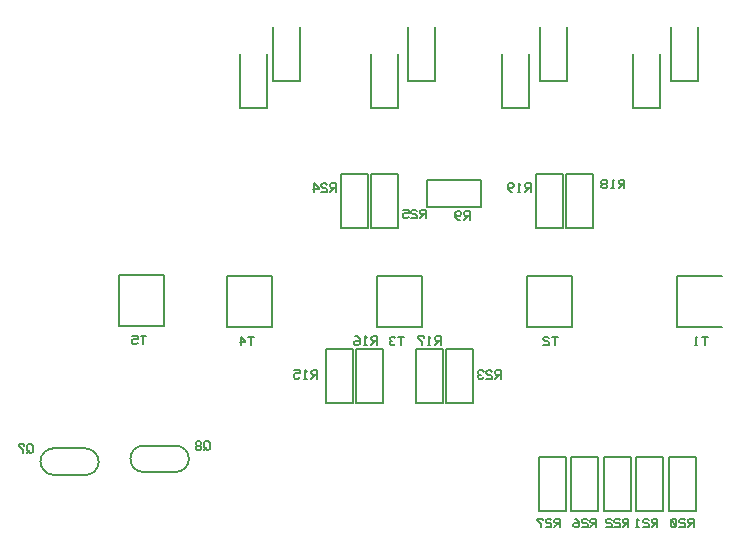
<source format=gbr>
G04 GERBER ASCII OUTPUT FROM: EDWINXP (VER. 1.61 REV. 20080315)*
G04 GERBER FORMAT: RX-274-X*
G04 BOARD: AMICUS_LCD_SHIELD*
G04 ARTWORK OF SOLD.PRINT POSITIVE*
%ASAXBY*%
%FSLAX23Y23*%
%MIA0B0*%
%MOIN*%
%OFA0.0000B0.0000*%
%SFA1B1*%
%IJA0B0*%
%INLAYER31POS*%
%IOA0B0*%
%IPPOS*%
%IR0*%
G04 APERTURE MACROS*
%AMEDWDONUT*
1,1,$1,$2,$3*
1,0,$4,$2,$3*
%
%AMEDWFRECT*
20,1,$1,$2,$3,$4,$5,$6*
%
%AMEDWORECT*
20,1,$1,$2,$3,$4,$5,$10*
20,1,$1,$4,$5,$6,$7,$10*
20,1,$1,$6,$7,$8,$9,$10*
20,1,$1,$8,$9,$2,$3,$10*
1,1,$1,$2,$3*
1,1,$1,$4,$5*
1,1,$1,$6,$7*
1,1,$1,$8,$9*
%
%AMEDWLINER*
20,1,$1,$2,$3,$4,$5,$6*
1,1,$1,$2,$3*
1,1,$1,$4,$5*
%
%AMEDWFTRNG*
4,1,3,$1,$2,$3,$4,$5,$6,$7,$8,$9*
%
%AMEDWATRNG*
4,1,3,$1,$2,$3,$4,$5,$6,$7,$8,$9*
20,1,$11,$1,$2,$3,$4,$10*
20,1,$11,$3,$4,$5,$6,$10*
20,1,$11,$5,$6,$7,$8,$10*
1,1,$11,$3,$4*
1,1,$11,$5,$6*
1,1,$11,$7,$8*
%
%AMEDWOTRNG*
20,1,$1,$2,$3,$4,$5,$8*
20,1,$1,$4,$5,$6,$7,$8*
20,1,$1,$6,$7,$2,$3,$8*
1,1,$1,$2,$3*
1,1,$1,$4,$5*
1,1,$1,$6,$7*
%
G04*
G04 APERTURE LIST*
%ADD10R,0.0700X0.0650*%
%ADD11R,0.0940X0.0890*%
%ADD12R,0.0600X0.0550*%
%ADD13R,0.0840X0.0790*%
%ADD14R,0.06693X0.06693*%
%ADD15R,0.09093X0.09093*%
%ADD16R,0.05906X0.05906*%
%ADD17R,0.08306X0.08306*%
%ADD18R,0.04724X0.06693*%
%ADD19R,0.07124X0.09093*%
%ADD20R,0.03937X0.05906*%
%ADD21R,0.06337X0.08306*%
%ADD22R,0.08268X0.05945*%
%ADD23R,0.10668X0.08345*%
%ADD24R,0.07874X0.05906*%
%ADD25R,0.10274X0.08306*%
%ADD26R,0.08268X0.10236*%
%ADD27R,0.10668X0.12636*%
%ADD28R,0.07874X0.09843*%
%ADD29R,0.10274X0.12243*%
%ADD30R,0.08661X0.02756*%
%ADD31R,0.11061X0.05156*%
%ADD32R,0.07874X0.01969*%
%ADD33R,0.10274X0.04369*%
%ADD34R,0.0650X0.0700*%
%ADD35R,0.0890X0.0940*%
%ADD36R,0.0550X0.0600*%
%ADD37R,0.0790X0.0840*%
%ADD38R,0.0250X0.0600*%
%ADD39R,0.0490X0.0840*%
%ADD40R,0.0150X0.0500*%
%ADD41R,0.0390X0.0740*%
%ADD42R,0.04724X0.01378*%
%ADD43R,0.06299X0.02953*%
%ADD44R,0.04331X0.00984*%
%ADD45R,0.05906X0.02559*%
%ADD46R,0.0500X0.0580*%
%ADD47R,0.0740X0.0820*%
%ADD48R,0.0400X0.0480*%
%ADD49R,0.0640X0.0720*%
%ADD50R,0.07087X0.06693*%
%ADD51R,0.10236X0.09843*%
%ADD52R,0.06299X0.05906*%
%ADD53R,0.09449X0.09055*%
%ADD54R,0.06693X0.07087*%
%ADD55R,0.09843X0.10236*%
%ADD56R,0.05906X0.06299*%
%ADD57R,0.09055X0.09449*%
%ADD58R,0.0860X0.0860*%
%ADD59R,0.1100X0.1100*%
%ADD60R,0.0700X0.0700*%
%ADD61R,0.0940X0.0940*%
%ADD62C,0.00039*%
%ADD64C,0.00054*%
%ADD65R,0.00054X0.00054*%
%ADD66C,0.0010*%
%ADD68C,0.00112*%
%ADD69R,0.00112X0.00112*%
%ADD70C,0.00118*%
%ADD72C,0.00121*%
%ADD73R,0.00121X0.00121*%
%ADD74C,0.0020*%
%ADD75R,0.0020X0.0020*%
%ADD76C,0.0023*%
%ADD77R,0.0023X0.0023*%
%ADD78C,0.00236*%
%ADD80C,0.00238*%
%ADD81R,0.00238X0.00238*%
%ADD82C,0.00288*%
%ADD83R,0.00288X0.00288*%
%ADD84C,0.0030*%
%ADD85R,0.0030X0.0030*%
%ADD86C,0.00355*%
%ADD87R,0.00355X0.00355*%
%ADD88C,0.00394*%
%ADD90C,0.0040*%
%ADD91R,0.0040X0.0040*%
%ADD92C,0.00406*%
%ADD93R,0.00406X0.00406*%
%ADD94C,0.00464*%
%ADD95R,0.00464X0.00464*%
%ADD96C,0.00472*%
%ADD98C,0.0050*%
%ADD99R,0.0050X0.0050*%
%ADD100C,0.00512*%
%ADD101R,0.00512X0.00512*%
%ADD102C,0.00523*%
%ADD103R,0.00523X0.00523*%
%ADD104C,0.00581*%
%ADD105R,0.00581X0.00581*%
%ADD106C,0.00589*%
%ADD107R,0.00589X0.00589*%
%ADD108C,0.00591*%
%ADD109R,0.00591X0.00591*%
%ADD110C,0.0064*%
%ADD111R,0.0064X0.0064*%
%ADD112C,0.00647*%
%ADD113R,0.00647X0.00647*%
%ADD114C,0.00659*%
%ADD115R,0.00659X0.00659*%
%ADD116C,0.00669*%
%ADD118C,0.00704*%
%ADD119R,0.00704X0.00704*%
%ADD120C,0.00706*%
%ADD121R,0.00706X0.00706*%
%ADD122C,0.00764*%
%ADD123R,0.00764X0.00764*%
%ADD124C,0.00787*%
%ADD125R,0.00787X0.00787*%
%ADD126C,0.00799*%
%ADD128C,0.0080*%
%ADD130C,0.00821*%
%ADD131R,0.00821X0.00821*%
%ADD132C,0.00823*%
%ADD133R,0.00823X0.00823*%
%ADD134C,0.00866*%
%ADD136C,0.00875*%
%ADD137R,0.00875X0.00875*%
%ADD138C,0.00881*%
%ADD139R,0.00881X0.00881*%
%ADD140C,0.0090*%
%ADD141R,0.0090X0.0090*%
%ADD142C,0.00939*%
%ADD143R,0.00939X0.00939*%
%ADD144C,0.00975*%
%ADD145R,0.00975X0.00975*%
%ADD146C,0.00984*%
%ADD147R,0.00984X0.00984*%
%ADD148C,0.00992*%
%ADD149R,0.00992X0.00992*%
%ADD150C,0.00993*%
%ADD151R,0.00993X0.00993*%
%ADD152C,0.0100*%
%ADD153R,0.0100X0.0100*%
%ADD154C,0.01051*%
%ADD155R,0.01051X0.01051*%
%ADD156C,0.01052*%
%ADD157R,0.01052X0.01052*%
%ADD158C,0.01056*%
%ADD159R,0.01056X0.01056*%
%ADD160C,0.01109*%
%ADD161R,0.01109X0.01109*%
%ADD162C,0.01111*%
%ADD163R,0.01111X0.01111*%
%ADD164C,0.01168*%
%ADD165R,0.01168X0.01168*%
%ADD166C,0.01181*%
%ADD168C,0.0120*%
%ADD170C,0.0120*%
%ADD172C,0.01227*%
%ADD173R,0.01227X0.01227*%
%ADD174C,0.01227*%
%ADD175R,0.01227X0.01227*%
%ADD176C,0.01231*%
%ADD177R,0.01231X0.01231*%
%ADD178C,0.01285*%
%ADD179R,0.01285X0.01285*%
%ADD180C,0.01291*%
%ADD181R,0.01291X0.01291*%
%ADD182C,0.0130*%
%ADD184C,0.01344*%
%ADD185R,0.01344X0.01344*%
%ADD186C,0.01345*%
%ADD187R,0.01345X0.01345*%
%ADD188C,0.01349*%
%ADD189R,0.01349X0.01349*%
%ADD190C,0.01402*%
%ADD191R,0.01402X0.01402*%
%ADD192C,0.01403*%
%ADD193R,0.01403X0.01403*%
%ADD194C,0.01408*%
%ADD195R,0.01408X0.01408*%
%ADD196C,0.01461*%
%ADD197R,0.01461X0.01461*%
%ADD198C,0.01467*%
%ADD199R,0.01467X0.01467*%
%ADD200C,0.0150*%
%ADD201R,0.0150X0.0150*%
%ADD202C,0.01502*%
%ADD203R,0.01502X0.01502*%
%ADD204C,0.01519*%
%ADD205R,0.01519X0.01519*%
%ADD206C,0.01575*%
%ADD208C,0.01577*%
%ADD209R,0.01577X0.01577*%
%ADD210C,0.01579*%
%ADD211R,0.01579X0.01579*%
%ADD212C,0.01584*%
%ADD213R,0.01584X0.01584*%
%ADD214C,0.01636*%
%ADD215R,0.01636X0.01636*%
%ADD216C,0.01637*%
%ADD217R,0.01637X0.01637*%
%ADD218C,0.01694*%
%ADD219R,0.01694X0.01694*%
%ADD220C,0.01701*%
%ADD221R,0.01701X0.01701*%
%ADD222C,0.01753*%
%ADD223R,0.01753X0.01753*%
%ADD224C,0.0176*%
%ADD225R,0.0176X0.0176*%
%ADD226C,0.01816*%
%ADD227R,0.01816X0.01816*%
%ADD228C,0.0187*%
%ADD229R,0.0187X0.0187*%
%ADD230C,0.01877*%
%ADD231R,0.01877X0.01877*%
%ADD232C,0.01928*%
%ADD233R,0.01928X0.01928*%
%ADD234C,0.01969*%
%ADD235R,0.01969X0.01969*%
%ADD236C,0.01971*%
%ADD237R,0.01971X0.01971*%
%ADD238C,0.01994*%
%ADD239R,0.01994X0.01994*%
%ADD240C,0.02045*%
%ADD241R,0.02045X0.02045*%
%ADD242C,0.02046*%
%ADD243R,0.02046X0.02046*%
%ADD244C,0.02053*%
%ADD245R,0.02053X0.02053*%
%ADD246C,0.02105*%
%ADD247R,0.02105X0.02105*%
%ADD248C,0.0217*%
%ADD249R,0.0217X0.0217*%
%ADD250C,0.0222*%
%ADD251R,0.0222X0.0222*%
%ADD252C,0.02229*%
%ADD253R,0.02229X0.02229*%
%ADD254C,0.02279*%
%ADD255R,0.02279X0.02279*%
%ADD256C,0.02337*%
%ADD257R,0.02337X0.02337*%
%ADD258C,0.02339*%
%ADD259R,0.02339X0.02339*%
%ADD260C,0.02362*%
%ADD261R,0.02362X0.02362*%
%ADD262C,0.02395*%
%ADD263R,0.02395X0.02395*%
%ADD264C,0.0240*%
%ADD265R,0.0240X0.0240*%
%ADD266C,0.0240*%
%ADD267R,0.0240X0.0240*%
%ADD268C,0.02405*%
%ADD269R,0.02405X0.02405*%
%ADD270C,0.02464*%
%ADD271R,0.02464X0.02464*%
%ADD272C,0.0250*%
%ADD273R,0.0250X0.0250*%
%ADD274C,0.02512*%
%ADD275R,0.02512X0.02512*%
%ADD276C,0.02581*%
%ADD277R,0.02581X0.02581*%
%ADD278C,0.02629*%
%ADD279R,0.02629X0.02629*%
%ADD280C,0.02631*%
%ADD281R,0.02631X0.02631*%
%ADD282C,0.02636*%
%ADD284C,0.0264*%
%ADD285R,0.0264X0.0264*%
%ADD286C,0.02688*%
%ADD287R,0.02688X0.02688*%
%ADD288C,0.02698*%
%ADD289R,0.02698X0.02698*%
%ADD290C,0.02746*%
%ADD291R,0.02746X0.02746*%
%ADD292C,0.02794*%
%ADD294C,0.02804*%
%ADD295R,0.02804X0.02804*%
%ADD296C,0.02816*%
%ADD297R,0.02816X0.02816*%
%ADD298C,0.02863*%
%ADD299R,0.02863X0.02863*%
%ADD300C,0.02874*%
%ADD301R,0.02874X0.02874*%
%ADD302C,0.0290*%
%ADD304C,0.02923*%
%ADD305R,0.02923X0.02923*%
%ADD306C,0.02933*%
%ADD307R,0.02933X0.02933*%
%ADD308C,0.02991*%
%ADD309R,0.02991X0.02991*%
%ADD310C,0.02992*%
%ADD311R,0.02992X0.02992*%
%ADD312C,0.0300*%
%ADD313R,0.0300X0.0300*%
%ADD314C,0.03038*%
%ADD315R,0.03038X0.03038*%
%ADD316C,0.0304*%
%ADD317R,0.0304X0.0304*%
%ADD318C,0.03046*%
%ADD319R,0.03046X0.03046*%
%ADD320C,0.0305*%
%ADD321R,0.0305X0.0305*%
%ADD322C,0.03059*%
%ADD323R,0.03059X0.03059*%
%ADD324C,0.03069*%
%ADD325R,0.03069X0.03069*%
%ADD326C,0.03097*%
%ADD327R,0.03097X0.03097*%
%ADD328C,0.03099*%
%ADD329R,0.03099X0.03099*%
%ADD330C,0.03104*%
%ADD331R,0.03104X0.03104*%
%ADD332C,0.0315*%
%ADD333R,0.0315X0.0315*%
%ADD334C,0.03199*%
%ADD335R,0.03199X0.03199*%
%ADD336C,0.0320*%
%ADD337R,0.0320X0.0320*%
%ADD338C,0.03226*%
%ADD339R,0.03226X0.03226*%
%ADD340C,0.03266*%
%ADD342C,0.03274*%
%ADD343R,0.03274X0.03274*%
%ADD344C,0.03285*%
%ADD345R,0.03285X0.03285*%
%ADD346C,0.0333*%
%ADD347R,0.0333X0.0333*%
%ADD348C,0.03332*%
%ADD349R,0.03332X0.03332*%
%ADD350C,0.03344*%
%ADD351R,0.03344X0.03344*%
%ADD352C,0.03375*%
%ADD353R,0.03375X0.03375*%
%ADD354C,0.03391*%
%ADD355R,0.03391X0.03391*%
%ADD356C,0.03393*%
%ADD357R,0.03393X0.03393*%
%ADD358C,0.03402*%
%ADD359R,0.03402X0.03402*%
%ADD360C,0.03447*%
%ADD361R,0.03447X0.03447*%
%ADD362C,0.03452*%
%ADD363R,0.03452X0.03452*%
%ADD364C,0.03464*%
%ADD365R,0.03464X0.03464*%
%ADD366C,0.0350*%
%ADD367R,0.0350X0.0350*%
%ADD368C,0.03506*%
%ADD369R,0.03506X0.03506*%
%ADD370C,0.03511*%
%ADD371R,0.03511X0.03511*%
%ADD372C,0.0352*%
%ADD373R,0.0352X0.0352*%
%ADD374C,0.03581*%
%ADD376C,0.0360*%
%ADD377R,0.0360X0.0360*%
%ADD378C,0.03627*%
%ADD379R,0.03627X0.03627*%
%ADD380C,0.03637*%
%ADD381R,0.03637X0.03637*%
%ADD382C,0.03691*%
%ADD383R,0.03691X0.03691*%
%ADD384C,0.03696*%
%ADD385R,0.03696X0.03696*%
%ADD386C,0.0370*%
%ADD388C,0.03745*%
%ADD389R,0.03745X0.03745*%
%ADD390C,0.03749*%
%ADD391R,0.03749X0.03749*%
%ADD392C,0.03754*%
%ADD393R,0.03754X0.03754*%
%ADD394C,0.0380*%
%ADD395R,0.0380X0.0380*%
%ADD396C,0.03802*%
%ADD397R,0.03802X0.03802*%
%ADD398C,0.03808*%
%ADD399R,0.03808X0.03808*%
%ADD400C,0.03861*%
%ADD401R,0.03861X0.03861*%
%ADD402C,0.03867*%
%ADD403R,0.03867X0.03867*%
%ADD404C,0.03872*%
%ADD405R,0.03872X0.03872*%
%ADD406C,0.0390*%
%ADD407R,0.0390X0.0390*%
%ADD408C,0.03902*%
%ADD409R,0.03902X0.03902*%
%ADD410C,0.03919*%
%ADD411R,0.03919X0.03919*%
%ADD412C,0.0393*%
%ADD413R,0.0393X0.0393*%
%ADD414C,0.03937*%
%ADD415R,0.03937X0.03937*%
%ADD416C,0.03973*%
%ADD417R,0.03973X0.03973*%
%ADD418C,0.03977*%
%ADD419R,0.03977X0.03977*%
%ADD420C,0.03984*%
%ADD421R,0.03984X0.03984*%
%ADD422C,0.03989*%
%ADD423R,0.03989X0.03989*%
%ADD424C,0.0400*%
%ADD425R,0.0400X0.0400*%
%ADD426C,0.04031*%
%ADD427R,0.04031X0.04031*%
%ADD428C,0.04036*%
%ADD429R,0.04036X0.04036*%
%ADD430C,0.04048*%
%ADD431R,0.04048X0.04048*%
%ADD432C,0.04094*%
%ADD433R,0.04094X0.04094*%
%ADD434C,0.04101*%
%ADD435R,0.04101X0.04101*%
%ADD436C,0.04106*%
%ADD437R,0.04106X0.04106*%
%ADD438C,0.04153*%
%ADD439R,0.04153X0.04153*%
%ADD440C,0.0416*%
%ADD441R,0.0416X0.0416*%
%ADD442C,0.04165*%
%ADD443R,0.04165X0.04165*%
%ADD444C,0.04173*%
%ADD445R,0.04173X0.04173*%
%ADD446C,0.0427*%
%ADD447R,0.0427X0.0427*%
%ADD448C,0.04277*%
%ADD449R,0.04277X0.04277*%
%ADD450C,0.04328*%
%ADD451R,0.04328X0.04328*%
%ADD452C,0.04341*%
%ADD453R,0.04341X0.04341*%
%ADD454C,0.04371*%
%ADD455R,0.04371X0.04371*%
%ADD456C,0.04394*%
%ADD457R,0.04394X0.04394*%
%ADD458C,0.0440*%
%ADD459R,0.0440X0.0440*%
%ADD460C,0.0444*%
%ADD461R,0.0444X0.0444*%
%ADD462C,0.04443*%
%ADD463R,0.04443X0.04443*%
%ADD464C,0.04445*%
%ADD465R,0.04445X0.04445*%
%ADD466C,0.04446*%
%ADD467R,0.04446X0.04446*%
%ADD468C,0.04453*%
%ADD469R,0.04453X0.04453*%
%ADD470C,0.04458*%
%ADD471R,0.04458X0.04458*%
%ADD472C,0.04499*%
%ADD473R,0.04499X0.04499*%
%ADD474C,0.0450*%
%ADD475R,0.0450X0.0450*%
%ADD476C,0.04505*%
%ADD477R,0.04505X0.04505*%
%ADD478C,0.04517*%
%ADD479R,0.04517X0.04517*%
%ADD480C,0.04557*%
%ADD481R,0.04557X0.04557*%
%ADD482C,0.0457*%
%ADD483R,0.0457X0.0457*%
%ADD484C,0.04576*%
%ADD485R,0.04576X0.04576*%
%ADD486C,0.0462*%
%ADD487R,0.0462X0.0462*%
%ADD488C,0.04629*%
%ADD489R,0.04629X0.04629*%
%ADD490C,0.04634*%
%ADD491R,0.04634X0.04634*%
%ADD492C,0.04679*%
%ADD493R,0.04679X0.04679*%
%ADD494C,0.04693*%
%ADD495R,0.04693X0.04693*%
%ADD496C,0.0470*%
%ADD497R,0.0470X0.0470*%
%ADD498C,0.04724*%
%ADD499R,0.04724X0.04724*%
%ADD500C,0.04737*%
%ADD501R,0.04737X0.04737*%
%ADD502C,0.04739*%
%ADD503R,0.04739X0.04739*%
%ADD504C,0.04762*%
%ADD505R,0.04762X0.04762*%
%ADD506C,0.04795*%
%ADD507R,0.04795X0.04795*%
%ADD508C,0.04805*%
%ADD509R,0.04805X0.04805*%
%ADD510C,0.0481*%
%ADD511R,0.0481X0.0481*%
%ADD512C,0.04864*%
%ADD513R,0.04864X0.04864*%
%ADD514C,0.04869*%
%ADD515R,0.04869X0.04869*%
%ADD516C,0.0490*%
%ADD517R,0.0490X0.0490*%
%ADD518C,0.04911*%
%ADD519R,0.04911X0.04911*%
%ADD520C,0.04912*%
%ADD521R,0.04912X0.04912*%
%ADD522C,0.04928*%
%ADD523R,0.04928X0.04928*%
%ADD524C,0.04966*%
%ADD525R,0.04966X0.04966*%
%ADD526C,0.04981*%
%ADD527R,0.04981X0.04981*%
%ADD528C,0.0500*%
%ADD529R,0.0500X0.0500*%
%ADD530C,0.05028*%
%ADD531R,0.05028X0.05028*%
%ADD532C,0.05029*%
%ADD533R,0.05029X0.05029*%
%ADD534C,0.05031*%
%ADD535R,0.05031X0.05031*%
%ADD536C,0.0504*%
%ADD537R,0.0504X0.0504*%
%ADD538C,0.05045*%
%ADD539R,0.05045X0.05045*%
%ADD540C,0.05083*%
%ADD541R,0.05083X0.05083*%
%ADD542C,0.05086*%
%ADD543R,0.05086X0.05086*%
%ADD544C,0.05088*%
%ADD545R,0.05088X0.05088*%
%ADD546C,0.05098*%
%ADD547R,0.05098X0.05098*%
%ADD548C,0.05118*%
%ADD549R,0.05118X0.05118*%
%ADD550C,0.05146*%
%ADD551R,0.05146X0.05146*%
%ADD552C,0.05204*%
%ADD553R,0.05204X0.05204*%
%ADD554C,0.05216*%
%ADD555R,0.05216X0.05216*%
%ADD556C,0.05221*%
%ADD557R,0.05221X0.05221*%
%ADD558C,0.05263*%
%ADD559R,0.05263X0.05263*%
%ADD560C,0.05274*%
%ADD561R,0.05274X0.05274*%
%ADD562C,0.0528*%
%ADD563R,0.0528X0.0528*%
%ADD564C,0.05317*%
%ADD565R,0.05317X0.05317*%
%ADD566C,0.0532*%
%ADD567R,0.0532X0.0532*%
%ADD568C,0.05323*%
%ADD569R,0.05323X0.05323*%
%ADD570C,0.05333*%
%ADD571R,0.05333X0.05333*%
%ADD572C,0.05392*%
%ADD573R,0.05392X0.05392*%
%ADD574C,0.05397*%
%ADD575R,0.05397X0.05397*%
%ADD576C,0.05434*%
%ADD577R,0.05434X0.05434*%
%ADD578C,0.05438*%
%ADD579R,0.05438X0.05438*%
%ADD580C,0.0544*%
%ADD581R,0.0544X0.0544*%
%ADD582C,0.05446*%
%ADD583R,0.05446X0.05446*%
%ADD584C,0.0545*%
%ADD585R,0.0545X0.0545*%
%ADD586C,0.05497*%
%ADD587R,0.05497X0.05497*%
%ADD588C,0.05499*%
%ADD589R,0.05499X0.05499*%
%ADD590C,0.0550*%
%ADD591R,0.0550X0.0550*%
%ADD592C,0.05514*%
%ADD593R,0.05514X0.05514*%
%ADD594C,0.0555*%
%ADD595R,0.0555X0.0555*%
%ADD596C,0.05573*%
%ADD597R,0.05573X0.05573*%
%ADD598C,0.0560*%
%ADD599R,0.0560X0.0560*%
%ADD600C,0.05626*%
%ADD601R,0.05626X0.05626*%
%ADD602C,0.05631*%
%ADD603R,0.05631X0.05631*%
%ADD604C,0.05674*%
%ADD605R,0.05674X0.05674*%
%ADD606C,0.05685*%
%ADD607R,0.05685X0.05685*%
%ADD608C,0.0570*%
%ADD609R,0.0570X0.0570*%
%ADD610C,0.0573*%
%ADD611R,0.0573X0.0573*%
%ADD612C,0.05732*%
%ADD613R,0.05732X0.05732*%
%ADD614C,0.05744*%
%ADD615R,0.05744X0.05744*%
%ADD616C,0.05749*%
%ADD617R,0.05749X0.05749*%
%ADD618C,0.05791*%
%ADD619R,0.05791X0.05791*%
%ADD620C,0.05802*%
%ADD621R,0.05802X0.05802*%
%ADD622C,0.05807*%
%ADD623R,0.05807X0.05807*%
%ADD624C,0.05847*%
%ADD625R,0.05847X0.05847*%
%ADD626C,0.05864*%
%ADD627R,0.05864X0.05864*%
%ADD628C,0.05866*%
%ADD629R,0.05866X0.05866*%
%ADD630C,0.0590*%
%ADD631R,0.0590X0.0590*%
%ADD632C,0.05906*%
%ADD633R,0.05906X0.05906*%
%ADD634C,0.0592*%
%ADD635R,0.0592X0.0592*%
%ADD636C,0.05945*%
%ADD637R,0.05945X0.05945*%
%ADD638C,0.0600*%
%ADD639R,0.0600X0.0600*%
%ADD640C,0.06018*%
%ADD641R,0.06018X0.06018*%
%ADD642C,0.06037*%
%ADD643R,0.06037X0.06037*%
%ADD644C,0.06076*%
%ADD645R,0.06076X0.06076*%
%ADD646C,0.06096*%
%ADD647R,0.06096X0.06096*%
%ADD648C,0.06101*%
%ADD649R,0.06101X0.06101*%
%ADD650C,0.06154*%
%ADD651R,0.06154X0.06154*%
%ADD652C,0.06159*%
%ADD653R,0.06159X0.06159*%
%ADD654C,0.0620*%
%ADD655R,0.0620X0.0620*%
%ADD656C,0.0620*%
%ADD657R,0.0620X0.0620*%
%ADD658C,0.06201*%
%ADD659R,0.06201X0.06201*%
%ADD660C,0.06272*%
%ADD661R,0.06272X0.06272*%
%ADD662C,0.06299*%
%ADD663R,0.06299X0.06299*%
%ADD664C,0.0633*%
%ADD665R,0.0633X0.0633*%
%ADD666C,0.06335*%
%ADD667R,0.06335X0.06335*%
%ADD668C,0.06337*%
%ADD669R,0.06337X0.06337*%
%ADD670C,0.06373*%
%ADD671R,0.06373X0.06373*%
%ADD672C,0.06389*%
%ADD673R,0.06389X0.06389*%
%ADD674C,0.06394*%
%ADD675R,0.06394X0.06394*%
%ADD676C,0.06427*%
%ADD677R,0.06427X0.06427*%
%ADD678C,0.06431*%
%ADD679R,0.06431X0.06431*%
%ADD680C,0.06448*%
%ADD681R,0.06448X0.06448*%
%ADD682C,0.06453*%
%ADD683R,0.06453X0.06453*%
%ADD684C,0.0650*%
%ADD685R,0.0650X0.0650*%
%ADD686C,0.06506*%
%ADD687R,0.06506X0.06506*%
%ADD688C,0.06565*%
%ADD689R,0.06565X0.06565*%
%ADD690C,0.06687*%
%ADD691R,0.06687X0.06687*%
%ADD692C,0.06693*%
%ADD693R,0.06693X0.06693*%
%ADD694C,0.06741*%
%ADD695R,0.06741X0.06741*%
%ADD696C,0.0680*%
%ADD697R,0.0680X0.0680*%
%ADD698C,0.06805*%
%ADD699R,0.06805X0.06805*%
%ADD700C,0.0684*%
%ADD701R,0.0684X0.0684*%
%ADD702C,0.0684*%
%ADD703R,0.0684X0.0684*%
%ADD704C,0.06843*%
%ADD705R,0.06843X0.06843*%
%ADD706C,0.06858*%
%ADD707R,0.06858X0.06858*%
%ADD708C,0.06863*%
%ADD709R,0.06863X0.06863*%
%ADD710C,0.06899*%
%ADD711R,0.06899X0.06899*%
%ADD712C,0.0690*%
%ADD713R,0.0690X0.0690*%
%ADD714C,0.06906*%
%ADD715R,0.06906X0.06906*%
%ADD716C,0.06917*%
%ADD717R,0.06917X0.06917*%
%ADD718C,0.06957*%
%ADD719R,0.06957X0.06957*%
%ADD720C,0.06976*%
%ADD721R,0.06976X0.06976*%
%ADD722C,0.06981*%
%ADD723R,0.06981X0.06981*%
%ADD724C,0.0700*%
%ADD725R,0.0700X0.0700*%
%ADD726C,0.07034*%
%ADD727R,0.07034X0.07034*%
%ADD728C,0.07039*%
%ADD729R,0.07039X0.07039*%
%ADD730C,0.07093*%
%ADD731R,0.07093X0.07093*%
%ADD732C,0.07098*%
%ADD733R,0.07098X0.07098*%
%ADD734C,0.0710*%
%ADD735R,0.0710X0.0710*%
%ADD736C,0.07124*%
%ADD737R,0.07124X0.07124*%
%ADD738C,0.0721*%
%ADD739R,0.0721X0.0721*%
%ADD740C,0.07215*%
%ADD741R,0.07215X0.07215*%
%ADD742C,0.07245*%
%ADD743R,0.07245X0.07245*%
%ADD744C,0.07269*%
%ADD745R,0.07269X0.07269*%
%ADD746C,0.07311*%
%ADD747R,0.07311X0.07311*%
%ADD748C,0.07328*%
%ADD749R,0.07328X0.07328*%
%ADD750C,0.07366*%
%ADD751R,0.07366X0.07366*%
%ADD752C,0.0740*%
%ADD753R,0.0740X0.0740*%
%ADD754C,0.07428*%
%ADD755R,0.07428X0.07428*%
%ADD756C,0.07445*%
%ADD757R,0.07445X0.07445*%
%ADD758C,0.0745*%
%ADD759R,0.0745X0.0745*%
%ADD760C,0.07483*%
%ADD761R,0.07483X0.07483*%
%ADD762C,0.07486*%
%ADD763R,0.07486X0.07486*%
%ADD764C,0.0750*%
%ADD765R,0.0750X0.0750*%
%ADD766C,0.07598*%
%ADD768C,0.0760*%
%ADD770C,0.07621*%
%ADD771R,0.07621X0.07621*%
%ADD772C,0.0768*%
%ADD773R,0.0768X0.0768*%
%ADD774C,0.07717*%
%ADD775R,0.07717X0.07717*%
%ADD776C,0.0772*%
%ADD777R,0.0772X0.0772*%
%ADD778C,0.07797*%
%ADD779R,0.07797X0.07797*%
%ADD780C,0.07834*%
%ADD781R,0.07834X0.07834*%
%ADD782C,0.07874*%
%ADD783R,0.07874X0.07874*%
%ADD784C,0.0790*%
%ADD785R,0.0790X0.0790*%
%ADD786C,0.07914*%
%ADD787R,0.07914X0.07914*%
%ADD788C,0.07951*%
%ADD789R,0.07951X0.07951*%
%ADD790C,0.07973*%
%ADD791R,0.07973X0.07973*%
%ADD792C,0.07978*%
%ADD793R,0.07978X0.07978*%
%ADD794C,0.0800*%
%ADD795R,0.0800X0.0800*%
%ADD796C,0.08004*%
%ADD797R,0.08004X0.08004*%
%ADD798C,0.08031*%
%ADD799R,0.08031X0.08031*%
%ADD800C,0.08068*%
%ADD801R,0.08068X0.08068*%
%ADD802C,0.0810*%
%ADD803R,0.0810X0.0810*%
%ADD804C,0.08149*%
%ADD805R,0.08149X0.08149*%
%ADD806C,0.08207*%
%ADD807R,0.08207X0.08207*%
%ADD808C,0.08266*%
%ADD809R,0.08266X0.08266*%
%ADD810C,0.08268*%
%ADD811R,0.08268X0.08268*%
%ADD812C,0.08296*%
%ADD813R,0.08296X0.08296*%
%ADD814C,0.08306*%
%ADD815R,0.08306X0.08306*%
%ADD816C,0.08345*%
%ADD817R,0.08345X0.08345*%
%ADD818C,0.0840*%
%ADD819R,0.0840X0.0840*%
%ADD820C,0.08418*%
%ADD821R,0.08418X0.08418*%
%ADD822C,0.08476*%
%ADD823R,0.08476X0.08476*%
%ADD824C,0.08501*%
%ADD825R,0.08501X0.08501*%
%ADD826C,0.08559*%
%ADD827R,0.08559X0.08559*%
%ADD828C,0.08598*%
%ADD830C,0.0860*%
%ADD831R,0.0860X0.0860*%
%ADD832C,0.08601*%
%ADD833R,0.08601X0.08601*%
%ADD834C,0.08661*%
%ADD835R,0.08661X0.08661*%
%ADD836C,0.08682*%
%ADD837R,0.08682X0.08682*%
%ADD838C,0.0870*%
%ADD839R,0.0870X0.0870*%
%ADD840C,0.08735*%
%ADD841R,0.08735X0.08735*%
%ADD842C,0.08794*%
%ADD843R,0.08794X0.08794*%
%ADD844C,0.08827*%
%ADD845R,0.08827X0.08827*%
%ADD846C,0.08853*%
%ADD847R,0.08853X0.08853*%
%ADD848C,0.08858*%
%ADD849R,0.08858X0.08858*%
%ADD850C,0.0890*%
%ADD851R,0.0890X0.0890*%
%ADD852C,0.08917*%
%ADD853R,0.08917X0.08917*%
%ADD854C,0.0900*%
%ADD855R,0.0900X0.0900*%
%ADD856C,0.09087*%
%ADD857R,0.09087X0.09087*%
%ADD858C,0.09093*%
%ADD859R,0.09093X0.09093*%
%ADD860C,0.09205*%
%ADD861R,0.09205X0.09205*%
%ADD862C,0.09231*%
%ADD863R,0.09231X0.09231*%
%ADD864C,0.0924*%
%ADD865R,0.0924X0.0924*%
%ADD866C,0.09263*%
%ADD867R,0.09263X0.09263*%
%ADD868C,0.09381*%
%ADD869R,0.09381X0.09381*%
%ADD870C,0.09386*%
%ADD871R,0.09386X0.09386*%
%ADD872C,0.0940*%
%ADD873R,0.0940X0.0940*%
%ADD874C,0.09439*%
%ADD875R,0.09439X0.09439*%
%ADD876C,0.09449*%
%ADD877R,0.09449X0.09449*%
%ADD878C,0.09498*%
%ADD879R,0.09498X0.09498*%
%ADD880C,0.09615*%
%ADD881R,0.09615X0.09615*%
%ADD882C,0.09645*%
%ADD883R,0.09645X0.09645*%
%ADD884C,0.0970*%
%ADD885R,0.0970X0.0970*%
%ADD886C,0.09843*%
%ADD887R,0.09843X0.09843*%
%ADD888C,0.0985*%
%ADD889R,0.0985X0.0985*%
%ADD890C,0.0990*%
%ADD891R,0.0990X0.0990*%
%ADD892C,0.09997*%
%ADD893R,0.09997X0.09997*%
%ADD894C,0.09998*%
%ADD896C,0.1000*%
%ADD897R,0.1000X0.1000*%
%ADD898C,0.1009*%
%ADD899R,0.1009X0.1009*%
%ADD900C,0.10236*%
%ADD901R,0.10236X0.10236*%
%ADD902C,0.10274*%
%ADD903R,0.10274X0.10274*%
%ADD904C,0.10351*%
%ADD905R,0.10351X0.10351*%
%ADD906C,0.10378*%
%ADD907R,0.10378X0.10378*%
%ADD908C,0.1040*%
%ADD909R,0.1040X0.1040*%
%ADD910C,0.10404*%
%ADD911R,0.10404X0.10404*%
%ADD912C,0.10468*%
%ADD913R,0.10468X0.10468*%
%ADD914C,0.10518*%
%ADD915R,0.10518X0.10518*%
%ADD916C,0.10668*%
%ADD917R,0.10668X0.10668*%
%ADD918C,0.10676*%
%ADD919R,0.10676X0.10676*%
%ADD920C,0.10696*%
%ADD921R,0.10696X0.10696*%
%ADD922C,0.10735*%
%ADD923R,0.10735X0.10735*%
%ADD924C,0.10816*%
%ADD925R,0.10816X0.10816*%
%ADD926C,0.10911*%
%ADD927R,0.10911X0.10911*%
%ADD928C,0.10998*%
%ADD930C,0.1100*%
%ADD931R,0.1100X0.1100*%
%ADD932C,0.11061*%
%ADD933R,0.11061X0.11061*%
%ADD934C,0.11082*%
%ADD935R,0.11082X0.11082*%
%ADD936C,0.1110*%
%ADD937R,0.1110X0.1110*%
%ADD938C,0.1120*%
%ADD939R,0.1120X0.1120*%
%ADD940C,0.11258*%
%ADD941R,0.11258X0.11258*%
%ADD942C,0.11263*%
%ADD943R,0.11263X0.11263*%
%ADD944C,0.11317*%
%ADD945R,0.11317X0.11317*%
%ADD946C,0.1140*%
%ADD947R,0.1140X0.1140*%
%ADD948C,0.1150*%
%ADD949R,0.1150X0.1150*%
%ADD950C,0.1151*%
%ADD951R,0.1151X0.1151*%
%ADD952C,0.11556*%
%ADD953R,0.11556X0.11556*%
%ADD954C,0.11627*%
%ADD955R,0.11627X0.11627*%
%ADD956C,0.11631*%
%ADD957R,0.11631X0.11631*%
%ADD958C,0.11786*%
%ADD959R,0.11786X0.11786*%
%ADD960C,0.11791*%
%ADD961R,0.11791X0.11791*%
%ADD962C,0.11849*%
%ADD963R,0.11849X0.11849*%
%ADD964C,0.1200*%
%ADD965R,0.1200X0.1200*%
%ADD966C,0.1210*%
%ADD967R,0.1210X0.1210*%
%ADD968C,0.12202*%
%ADD969R,0.12202X0.12202*%
%ADD970C,0.12243*%
%ADD971R,0.12243X0.12243*%
%ADD972C,0.12397*%
%ADD973R,0.12397X0.12397*%
%ADD974C,0.1240*%
%ADD975R,0.1240X0.1240*%
%ADD976C,0.12436*%
%ADD977R,0.12436X0.12436*%
%ADD978C,0.1249*%
%ADD979R,0.1249X0.1249*%
%ADD980C,0.1250*%
%ADD981R,0.1250X0.1250*%
%ADD982C,0.12636*%
%ADD983R,0.12636X0.12636*%
%ADD984C,0.12918*%
%ADD985R,0.12918X0.12918*%
%ADD986C,0.12992*%
%ADD987R,0.12992X0.12992*%
%ADD988C,0.1300*%
%ADD989R,0.1300X0.1300*%
%ADD990C,0.13076*%
%ADD991R,0.13076X0.13076*%
%ADD992C,0.13135*%
%ADD993R,0.13135X0.13135*%
%ADD994C,0.13216*%
%ADD995R,0.13216X0.13216*%
%ADD996C,0.13311*%
%ADD997R,0.13311X0.13311*%
%ADD998C,0.1340*%
%ADD999R,0.1340X0.1340*%
G04*
D128*
X2220Y1783D02*
X2130Y1783D01*
X2130Y1603D01*
X2220Y1603D01*
X2220Y1783D01*
D108*
X2175Y1800D02*
X2175Y1828D01*
X2161Y1828D01*
X2156Y1824D01*
X2156Y1819D01*
X2161Y1814D01*
X2175Y1814D01*
X2170Y1814D02*
X2156Y1800D01*
X2142Y1800D02*
X2132Y1800D01*
X2137Y1800D02*
X2137Y1828D01*
X2142Y1824D01*
X2099Y1809D02*
X2118Y1809D01*
X2118Y1814D01*
X2104Y1828D01*
X2104Y1800D01*
D128*
X2345Y1873D02*
X2255Y1873D01*
X2255Y1693D01*
X2345Y1693D01*
X2345Y1873D01*
D108*
X2300Y1890D02*
X2300Y1918D01*
X2286Y1918D01*
X2281Y1914D01*
X2281Y1909D01*
X2286Y1904D01*
X2300Y1904D01*
X2295Y1904D02*
X2281Y1890D01*
X2267Y1890D02*
X2257Y1890D01*
X2262Y1890D02*
X2262Y1918D01*
X2267Y1914D01*
X2243Y1914D02*
X2239Y1918D01*
X2229Y1918D01*
X2224Y1914D01*
X2224Y1909D01*
X2229Y1904D01*
X2234Y1904D01*
X2229Y1904D02*
X2224Y1899D01*
X2224Y1895D01*
X2229Y1890D01*
X2239Y1890D01*
X2243Y1895D01*
D128*
X1908Y1873D02*
X1818Y1873D01*
X1818Y1693D01*
X1908Y1693D01*
X1908Y1873D01*
D108*
X1863Y1890D02*
X1863Y1918D01*
X1848Y1918D01*
X1844Y1914D01*
X1844Y1909D01*
X1848Y1904D01*
X1863Y1904D01*
X1858Y1904D02*
X1844Y1890D01*
X1829Y1890D02*
X1820Y1890D01*
X1825Y1890D02*
X1825Y1918D01*
X1829Y1914D01*
X1806Y1914D02*
X1801Y1918D01*
X1792Y1918D01*
X1787Y1914D01*
X1787Y1909D01*
X1792Y1904D01*
X1801Y1904D01*
X1806Y1899D01*
X1806Y1890D01*
X1787Y1890D01*
D128*
X1470Y1873D02*
X1380Y1873D01*
X1380Y1693D01*
X1470Y1693D01*
X1470Y1873D01*
D108*
X1438Y1890D02*
X1438Y1918D01*
X1423Y1918D01*
X1419Y1914D01*
X1419Y1909D01*
X1423Y1904D01*
X1438Y1904D01*
X1433Y1904D02*
X1419Y1890D01*
X1404Y1890D02*
X1395Y1890D01*
X1400Y1890D02*
X1400Y1918D01*
X1404Y1914D01*
X1376Y1890D02*
X1367Y1890D01*
X1371Y1890D02*
X1371Y1918D01*
X1376Y1914D01*
D128*
X1020Y1873D02*
X930Y1873D01*
X930Y1693D01*
X1020Y1693D01*
X1020Y1873D01*
D108*
X988Y1890D02*
X988Y1918D01*
X973Y1918D01*
X969Y1914D01*
X969Y1909D01*
X973Y1904D01*
X988Y1904D01*
X983Y1904D02*
X969Y1890D01*
X954Y1890D02*
X945Y1890D01*
X950Y1890D02*
X950Y1918D01*
X954Y1914D01*
X931Y1895D02*
X931Y1914D01*
X926Y1918D01*
X917Y1918D01*
X912Y1914D01*
X912Y1895D01*
X917Y1890D01*
X926Y1890D01*
X931Y1895D01*
X912Y1914D01*
D128*
X1441Y1364D02*
X1441Y1274D01*
X1621Y1274D01*
X1621Y1364D01*
X1441Y1364D01*
D108*
X1585Y1230D02*
X1585Y1259D01*
X1570Y1259D01*
X1566Y1254D01*
X1566Y1249D01*
X1570Y1244D01*
X1585Y1244D01*
X1580Y1244D02*
X1566Y1230D01*
X1552Y1230D02*
X1547Y1230D01*
X1537Y1240D01*
X1537Y1254D01*
X1542Y1259D01*
X1552Y1259D01*
X1556Y1254D01*
X1556Y1249D01*
X1552Y1244D01*
X1542Y1244D01*
X1537Y1249D01*
D128*
X908Y1783D02*
X818Y1783D01*
X818Y1603D01*
X908Y1603D01*
X908Y1783D01*
D108*
X875Y1800D02*
X875Y1828D01*
X861Y1828D01*
X856Y1824D01*
X856Y1819D01*
X861Y1814D01*
X875Y1814D01*
X870Y1814D02*
X856Y1800D01*
X847Y1805D02*
X847Y1809D01*
X842Y1814D01*
X832Y1814D01*
X828Y1819D01*
X828Y1824D01*
X832Y1828D01*
X842Y1828D01*
X847Y1824D01*
X847Y1819D01*
X842Y1814D01*
X832Y1814D02*
X828Y1809D01*
X828Y1805D01*
X832Y1800D01*
X842Y1800D01*
X847Y1805D01*
D128*
X1345Y1783D02*
X1255Y1783D01*
X1255Y1603D01*
X1345Y1603D01*
X1345Y1783D01*
D108*
X1313Y1800D02*
X1313Y1828D01*
X1298Y1828D01*
X1294Y1824D01*
X1294Y1819D01*
X1298Y1814D01*
X1313Y1814D01*
X1308Y1814D02*
X1294Y1800D01*
X1279Y1800D02*
X1279Y1809D01*
X1265Y1824D01*
X1265Y1828D01*
X1284Y1828D01*
X1284Y1824D01*
D128*
X1783Y1783D02*
X1693Y1783D01*
X1693Y1603D01*
X1783Y1603D01*
X1783Y1783D01*
D108*
X1738Y1800D02*
X1738Y1828D01*
X1723Y1828D01*
X1719Y1824D01*
X1719Y1819D01*
X1723Y1814D01*
X1738Y1814D01*
X1733Y1814D02*
X1719Y1800D01*
X1709Y1809D02*
X1704Y1814D01*
X1695Y1814D01*
X1690Y1809D01*
X1690Y1805D01*
X1695Y1800D01*
X1704Y1800D01*
X1709Y1805D01*
X1709Y1819D01*
X1700Y1828D01*
X1695Y1828D01*
D128*
X1815Y260D02*
X1905Y260D01*
X1905Y440D01*
X1815Y440D01*
X1815Y260D01*
D108*
X1885Y205D02*
X1885Y233D01*
X1871Y233D01*
X1866Y229D01*
X1866Y224D01*
X1871Y219D01*
X1885Y219D01*
X1881Y219D02*
X1866Y205D01*
X1857Y229D02*
X1852Y233D01*
X1843Y233D01*
X1838Y229D01*
X1838Y224D01*
X1843Y219D01*
X1852Y219D01*
X1857Y215D01*
X1857Y205D01*
X1838Y205D01*
X1824Y205D02*
X1824Y215D01*
X1810Y229D01*
X1810Y233D01*
X1829Y233D01*
X1829Y229D01*
D128*
X1924Y260D02*
X2014Y260D01*
X2014Y440D01*
X1924Y440D01*
X1924Y260D01*
D108*
X2006Y205D02*
X2006Y233D01*
X1992Y233D01*
X1987Y229D01*
X1987Y224D01*
X1992Y219D01*
X2006Y219D01*
X2001Y219D02*
X1987Y205D01*
X1978Y229D02*
X1973Y233D01*
X1963Y233D01*
X1959Y229D01*
X1959Y224D01*
X1963Y219D01*
X1973Y219D01*
X1978Y215D01*
X1978Y205D01*
X1959Y205D01*
X1949Y215D02*
X1945Y219D01*
X1935Y219D01*
X1930Y215D01*
X1930Y210D01*
X1935Y205D01*
X1945Y205D01*
X1949Y210D01*
X1949Y224D01*
X1940Y233D01*
X1935Y233D01*
D128*
X1255Y1203D02*
X1345Y1203D01*
X1345Y1383D01*
X1255Y1383D01*
X1255Y1203D01*
D108*
X1438Y1235D02*
X1438Y1263D01*
X1423Y1263D01*
X1419Y1259D01*
X1419Y1254D01*
X1423Y1249D01*
X1438Y1249D01*
X1433Y1249D02*
X1419Y1235D01*
X1409Y1259D02*
X1404Y1263D01*
X1395Y1263D01*
X1390Y1259D01*
X1390Y1254D01*
X1395Y1249D01*
X1404Y1249D01*
X1409Y1244D01*
X1409Y1235D01*
X1390Y1235D01*
X1381Y1240D02*
X1376Y1235D01*
X1367Y1235D01*
X1362Y1240D01*
X1362Y1249D01*
X1367Y1254D01*
X1381Y1254D01*
X1381Y1263D01*
X1362Y1263D01*
D128*
X1155Y1203D02*
X1245Y1203D01*
X1245Y1383D01*
X1155Y1383D01*
X1155Y1203D01*
D108*
X1138Y1323D02*
X1138Y1351D01*
X1123Y1351D01*
X1119Y1346D01*
X1119Y1341D01*
X1123Y1337D01*
X1138Y1337D01*
X1133Y1337D02*
X1119Y1323D01*
X1109Y1346D02*
X1104Y1351D01*
X1095Y1351D01*
X1090Y1346D01*
X1090Y1341D01*
X1095Y1337D01*
X1104Y1337D01*
X1109Y1332D01*
X1109Y1323D01*
X1090Y1323D01*
X1062Y1332D02*
X1081Y1332D01*
X1081Y1337D01*
X1067Y1351D01*
X1067Y1323D01*
D128*
X1505Y618D02*
X1595Y618D01*
X1595Y798D01*
X1505Y798D01*
X1505Y618D01*
D108*
X1688Y700D02*
X1688Y728D01*
X1673Y728D01*
X1669Y724D01*
X1669Y719D01*
X1673Y714D01*
X1688Y714D01*
X1683Y714D02*
X1669Y700D01*
X1659Y724D02*
X1654Y728D01*
X1645Y728D01*
X1640Y724D01*
X1640Y719D01*
X1645Y714D01*
X1654Y714D01*
X1659Y709D01*
X1659Y700D01*
X1640Y700D01*
X1631Y724D02*
X1626Y728D01*
X1617Y728D01*
X1612Y724D01*
X1612Y719D01*
X1617Y714D01*
X1621Y714D01*
X1617Y714D02*
X1612Y709D01*
X1612Y705D01*
X1617Y700D01*
X1626Y700D01*
X1631Y705D01*
D128*
X2032Y260D02*
X2122Y260D01*
X2122Y440D01*
X2032Y440D01*
X2032Y260D01*
D108*
X2114Y205D02*
X2114Y233D01*
X2100Y233D01*
X2095Y229D01*
X2095Y224D01*
X2100Y219D01*
X2114Y219D01*
X2110Y219D02*
X2095Y205D01*
X2086Y229D02*
X2081Y233D01*
X2072Y233D01*
X2067Y229D01*
X2067Y224D01*
X2072Y219D01*
X2081Y219D01*
X2086Y215D01*
X2086Y205D01*
X2067Y205D01*
X2058Y229D02*
X2053Y233D01*
X2043Y233D01*
X2039Y229D01*
X2039Y224D01*
X2043Y219D01*
X2053Y219D01*
X2058Y215D01*
X2058Y205D01*
X2039Y205D01*
D128*
X2140Y260D02*
X2230Y260D01*
X2230Y440D01*
X2140Y440D01*
X2140Y260D01*
D108*
X2210Y205D02*
X2210Y233D01*
X2196Y233D01*
X2191Y229D01*
X2191Y224D01*
X2196Y219D01*
X2210Y219D01*
X2205Y219D02*
X2191Y205D01*
X2182Y229D02*
X2177Y233D01*
X2168Y233D01*
X2163Y229D01*
X2163Y224D01*
X2168Y219D01*
X2177Y219D01*
X2182Y215D01*
X2182Y205D01*
X2163Y205D01*
X2149Y205D02*
X2139Y205D01*
X2144Y205D02*
X2144Y233D01*
X2149Y229D01*
D128*
X2248Y260D02*
X2338Y260D01*
X2338Y440D01*
X2248Y440D01*
X2248Y260D01*
D108*
X2331Y205D02*
X2331Y233D01*
X2317Y233D01*
X2312Y229D01*
X2312Y224D01*
X2317Y219D01*
X2331Y219D01*
X2326Y219D02*
X2312Y205D01*
X2302Y229D02*
X2298Y233D01*
X2288Y233D01*
X2284Y229D01*
X2284Y224D01*
X2288Y219D01*
X2298Y219D01*
X2302Y215D01*
X2302Y205D01*
X2284Y205D01*
X2274Y210D02*
X2274Y229D01*
X2269Y233D01*
X2260Y233D01*
X2255Y229D01*
X2255Y210D01*
X2260Y205D01*
X2269Y205D01*
X2274Y210D01*
X2255Y229D01*
D128*
X1805Y1203D02*
X1895Y1203D01*
X1895Y1383D01*
X1805Y1383D01*
X1805Y1203D01*
D108*
X1788Y1323D02*
X1788Y1351D01*
X1773Y1351D01*
X1769Y1346D01*
X1769Y1341D01*
X1773Y1337D01*
X1788Y1337D01*
X1783Y1337D02*
X1769Y1323D01*
X1754Y1323D02*
X1745Y1323D01*
X1750Y1323D02*
X1750Y1351D01*
X1754Y1346D01*
X1726Y1323D02*
X1721Y1323D01*
X1712Y1332D01*
X1712Y1346D01*
X1717Y1351D01*
X1726Y1351D01*
X1731Y1346D01*
X1731Y1341D01*
X1726Y1337D01*
X1717Y1337D01*
X1712Y1341D01*
D128*
X1905Y1203D02*
X1995Y1203D01*
X1995Y1383D01*
X1905Y1383D01*
X1905Y1203D01*
D108*
X2100Y1335D02*
X2100Y1363D01*
X2086Y1363D01*
X2081Y1359D01*
X2081Y1354D01*
X2086Y1349D01*
X2100Y1349D01*
X2095Y1349D02*
X2081Y1335D01*
X2067Y1335D02*
X2057Y1335D01*
X2062Y1335D02*
X2062Y1363D01*
X2067Y1359D01*
X2043Y1340D02*
X2043Y1344D01*
X2039Y1349D01*
X2029Y1349D01*
X2024Y1354D01*
X2024Y1359D01*
X2029Y1363D01*
X2039Y1363D01*
X2043Y1359D01*
X2043Y1354D01*
X2039Y1349D01*
X2029Y1349D02*
X2024Y1344D01*
X2024Y1340D01*
X2029Y1335D01*
X2039Y1335D01*
X2043Y1340D01*
D128*
X1405Y618D02*
X1495Y618D01*
X1495Y798D01*
X1405Y798D01*
X1405Y618D01*
D108*
X1488Y813D02*
X1488Y841D01*
X1473Y841D01*
X1469Y836D01*
X1469Y831D01*
X1473Y827D01*
X1488Y827D01*
X1483Y827D02*
X1469Y813D01*
X1454Y813D02*
X1445Y813D01*
X1450Y813D02*
X1450Y841D01*
X1454Y836D01*
X1426Y813D02*
X1426Y822D01*
X1412Y836D01*
X1412Y841D01*
X1431Y841D01*
X1431Y836D01*
D128*
X1205Y618D02*
X1295Y618D01*
X1295Y798D01*
X1205Y798D01*
X1205Y618D01*
D108*
X1275Y813D02*
X1275Y841D01*
X1261Y841D01*
X1256Y836D01*
X1256Y831D01*
X1261Y827D01*
X1275Y827D01*
X1270Y827D02*
X1256Y813D01*
X1242Y813D02*
X1232Y813D01*
X1237Y813D02*
X1237Y841D01*
X1242Y836D01*
X1218Y822D02*
X1214Y827D01*
X1204Y827D01*
X1199Y822D01*
X1199Y817D01*
X1204Y813D01*
X1214Y813D01*
X1218Y817D01*
X1218Y831D01*
X1209Y841D01*
X1204Y841D01*
D128*
X1105Y618D02*
X1195Y618D01*
X1195Y798D01*
X1105Y798D01*
X1105Y618D01*
D108*
X1075Y700D02*
X1075Y728D01*
X1061Y728D01*
X1056Y724D01*
X1056Y719D01*
X1061Y714D01*
X1075Y714D01*
X1070Y714D02*
X1056Y700D01*
X1042Y700D02*
X1032Y700D01*
X1037Y700D02*
X1037Y728D01*
X1042Y724D01*
X1018Y705D02*
X1014Y700D01*
X1004Y700D01*
X999Y705D01*
X999Y714D01*
X1004Y719D01*
X1018Y719D01*
X1018Y728D01*
X999Y728D01*
D128*
X566Y875D02*
X566Y1045D01*
X416Y1045D01*
X416Y875D01*
X566Y875D01*
D108*
X497Y815D02*
X497Y844D01*
X506Y844D02*
X488Y844D01*
X478Y820D02*
X473Y815D01*
X464Y815D01*
X459Y820D01*
X459Y830D01*
X464Y834D01*
X478Y834D01*
X478Y844D01*
X459Y844D01*
D128*
X925Y872D02*
X925Y1042D01*
X775Y1042D01*
X775Y872D01*
X925Y872D01*
D108*
X856Y812D02*
X856Y840D01*
X865Y840D02*
X846Y840D01*
X818Y821D02*
X837Y821D01*
X837Y826D01*
X822Y840D01*
X822Y812D01*
D128*
X1425Y872D02*
X1425Y1042D01*
X1275Y1042D01*
X1275Y872D01*
X1425Y872D01*
D108*
X1356Y812D02*
X1356Y840D01*
X1365Y840D02*
X1346Y840D01*
X1337Y836D02*
X1332Y840D01*
X1322Y840D01*
X1318Y836D01*
X1318Y831D01*
X1322Y826D01*
X1327Y826D01*
X1322Y826D02*
X1318Y821D01*
X1318Y817D01*
X1322Y812D01*
X1332Y812D01*
X1337Y817D01*
D128*
X1925Y872D02*
X1925Y1042D01*
X1775Y1042D01*
X1775Y872D01*
X1925Y872D01*
D108*
X1868Y812D02*
X1868Y840D01*
X1878Y840D02*
X1859Y840D01*
X1849Y836D02*
X1844Y840D01*
X1835Y840D01*
X1830Y836D01*
X1830Y831D01*
X1835Y826D01*
X1844Y826D01*
X1849Y821D01*
X1849Y812D01*
X1830Y812D01*
D128*
X2425Y872D02*
X2425Y1042D01*
X2275Y1042D01*
X2275Y872D01*
X2425Y872D01*
D108*
X2368Y812D02*
X2368Y840D01*
X2378Y840D02*
X2359Y840D01*
X2344Y812D02*
X2335Y812D01*
X2340Y812D02*
X2340Y840D01*
X2344Y836D01*
D128*
G75*
G01X604Y389D02*
G03X605Y477I1J44D01*
G01*
G75*
G01X499Y477D02*
G03X497Y389I-1J-44D01*
G01*
X610Y477D02*
X497Y477D01*
X605Y389D02*
X492Y389D01*
D108*
X719Y467D02*
X719Y486D01*
X714Y491D01*
X704Y491D01*
X700Y486D01*
X700Y472D01*
X709Y463D01*
X714Y463D01*
X719Y467D01*
X709Y472D02*
X700Y463D01*
X690Y467D02*
X690Y472D01*
X685Y477D01*
X676Y477D01*
X671Y481D01*
X671Y486D01*
X676Y491D01*
X685Y491D01*
X690Y486D01*
X690Y481D01*
X685Y477D01*
X676Y477D02*
X671Y472D01*
X671Y467D01*
X676Y463D01*
X685Y463D01*
X690Y467D01*
D128*
G75*
G01X303Y379D02*
G03X305Y468I1J44D01*
G01*
G75*
G01X199Y468D02*
G03X197Y379I-1J-44D01*
G01*
X305Y468D02*
X192Y468D01*
X310Y379D02*
X197Y379D01*
D108*
X128Y457D02*
X128Y476D01*
X123Y481D01*
X114Y481D01*
X109Y476D01*
X109Y462D01*
X119Y453D01*
X123Y453D01*
X128Y457D01*
X119Y462D02*
X109Y453D01*
X95Y453D02*
X95Y462D01*
X81Y476D01*
X81Y481D01*
X100Y481D01*
X100Y476D01*
M02*

</source>
